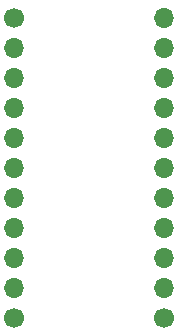
<source format=gbr>
%TF.GenerationSoftware,KiCad,Pcbnew,(6.0.5-0)*%
%TF.CreationDate,2022-07-24T01:31:31-06:00*%
%TF.ProjectId,esp-12-smd-to-dip,6573702d-3132-42d7-936d-642d746f2d64,rev?*%
%TF.SameCoordinates,Original*%
%TF.FileFunction,Soldermask,Bot*%
%TF.FilePolarity,Negative*%
%FSLAX46Y46*%
G04 Gerber Fmt 4.6, Leading zero omitted, Abs format (unit mm)*
G04 Created by KiCad (PCBNEW (6.0.5-0)) date 2022-07-24 01:31:31*
%MOMM*%
%LPD*%
G01*
G04 APERTURE LIST*
%ADD10C,1.700000*%
%ADD11O,1.700000X1.700000*%
G04 APERTURE END LIST*
D10*
%TO.C,J1*%
X121920000Y-66040000D03*
D11*
X121920000Y-68580000D03*
X121920000Y-71120000D03*
X121920000Y-73660000D03*
X121920000Y-76200000D03*
X121920000Y-78740000D03*
X121920000Y-81280000D03*
X121920000Y-83820000D03*
X121920000Y-86360000D03*
X121920000Y-88900000D03*
D10*
X121920000Y-91440000D03*
%TD*%
%TO.C,J2*%
X134620000Y-91440000D03*
D11*
X134620000Y-88900000D03*
X134620000Y-86360000D03*
X134620000Y-83820000D03*
X134620000Y-81280000D03*
X134620000Y-78740000D03*
X134620000Y-76200000D03*
X134620000Y-73660000D03*
X134620000Y-71120000D03*
X134620000Y-68580000D03*
X134620000Y-66040000D03*
%TD*%
M02*

</source>
